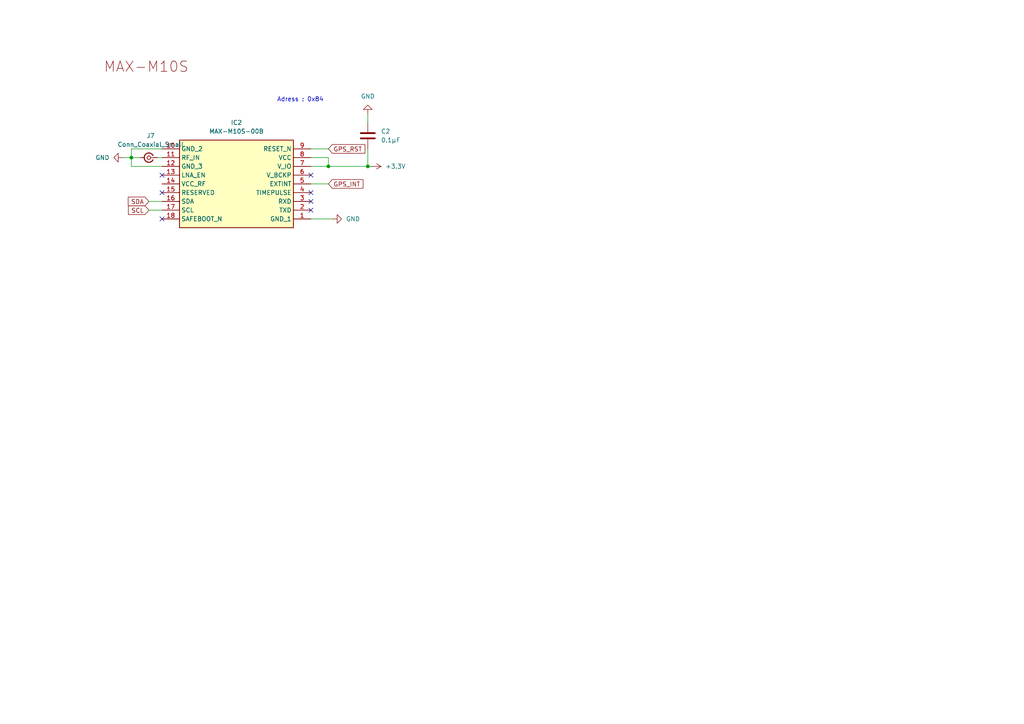
<source format=kicad_sch>
(kicad_sch (version 20250114) (generator "eeschema") (generator_version "9.0")
  (paper "A4")
  (lib_symbols
    (symbol "Connector:Conn_Coaxial_Small" (pin_numbers (hide yes)) (pin_names (offset 1.016) (hide yes))
      (property "Reference" "J" (at 0.254 3.048 0))
      (property "Value" "Conn_Coaxial_Small" (at 0 -3.81 0))
      (symbol "Conn_Coaxial_Small_0_1"
        (polyline (pts (xy -2.54 0) (xy -0.508 0)))
        (circle (center 0 0) (radius 0.508) (stroke (width 0.2032)))
      )
      (symbol "Conn_Coaxial_Small_1_1"
        (arc (start 1.3484 0.0039) (mid 0.327 -1.308) (end -1.1916 -0.6311) (stroke (width 0.3048)))
        (arc (start -1.1916 0.6311) (mid 0.327 1.3081) (end 1.3484 -0.0039) (stroke (width 0.3048)))
        (pin passive line (at -2.54 0 0) (length 1.27) (name "In") (number "1"))
        (pin passive line (at 2.54 0 180) (length 1.27) (name "Ext") (number "2"))
      )
    )
    (symbol "Device:C" (pin_numbers (hide yes)) (pin_names (offset 0.254))
      (property "Reference" "C" (at 0.635 2.54 0))
      (property "Value" "C" (at 0.635 -2.54 0))
      (symbol "C_0_1"
        (polyline (pts (xy -2.032 0.762) (xy 2.032 0.762)) (stroke (width 0.508)))
        (polyline (pts (xy -2.032 -0.762) (xy 2.032 -0.762)) (stroke (width 0.508)))
      )
      (symbol "C_1_1"
        (pin passive line (at 0 3.81 270) (length 2.794) (name "~") (number "1"))
        (pin passive line (at 0 -3.81 90) (length 2.794) (name "~") (number "2"))
      )
    )
    (symbol "Skyfall_Lib:MAX-M10S-00B"
      (property "Reference" "IC" (at 39.37 7.62 0))
      (property "Value" "MAX-M10S-00B" (at 39.37 5.08 0))
      (symbol "MAX-M10S-00B_1_1"
        (rectangle (start 5.08 2.54) (end 38.1 -22.86) (stroke (width 0.254)) (fill (type background)))
        (pin passive line (at 0 0 0) (length 5.08) (name "GND_2") (number "10"))
        (pin passive line (at 0 -2.54 0) (length 5.08) (name "RF_IN") (number "11"))
        (pin passive line (at 0 -5.08 0) (length 5.08) (name "GND_3") (number "12"))
        (pin passive line (at 0 -7.62 0) (length 5.08) (name "LNA_EN") (number "13"))
        (pin passive line (at 0 -10.16 0) (length 5.08) (name "VCC_RF") (number "14"))
        (pin passive line (at 0 -12.7 0) (length 5.08) (name "RESERVED") (number "15"))
        (pin passive line (at 0 -15.24 0) (length 5.08) (name "SDA") (number "16"))
        (pin passive line (at 0 -17.78 0) (length 5.08) (name "SCL") (number "17"))
        (pin passive line (at 0 -20.32 0) (length 5.08) (name "SAFEBOOT_N") (number "18"))
        (pin passive line (at 43.18 0 180) (length 5.08) (name "RESET_N") (number "9"))
        (pin passive line (at 43.18 -2.54 180) (length 5.08) (name "VCC") (number "8"))
        (pin passive line (at 43.18 -5.08 180) (length 5.08) (name "V_IO") (number "7"))
        (pin passive line (at 43.18 -7.62 180) (length 5.08) (name "V_BCKP") (number "6"))
        (pin passive line (at 43.18 -10.16 180) (length 5.08) (name "EXTINT") (number "5"))
        (pin passive line (at 43.18 -12.7 180) (length 5.08) (name "TIMEPULSE") (number "4"))
        (pin passive line (at 43.18 -15.24 180) (length 5.08) (name "RXD") (number "3"))
        (pin passive line (at 43.18 -17.78 180) (length 5.08) (name "TXD") (number "2"))
        (pin passive line (at 43.18 -20.32 180) (length 5.08) (name "GND_1") (number "1"))
      )
    )
    (symbol "power:+3.3V" (power) (pin_numbers (hide yes)) (pin_names (offset 0) (hide yes))
      (property "Value" "+3.3V" (at 0 3.556 0))
      (symbol "+3.3V_0_1"
        (polyline (pts (xy -0.762 1.27) (xy 0 2.54)))
        (polyline (pts (xy 0 2.54) (xy 0.762 1.27)))
        (polyline (pts (xy 0 0) (xy 0 2.54)))
      )
      (symbol "+3.3V_1_1"
        (pin power_in line (at 0 0 90) (length 0) (name "~") (number "1"))
      )
    )
    (symbol "power:GND" (power) (pin_numbers (hide yes)) (pin_names (offset 0) (hide yes))
      (property "Value" "GND" (at 0 -3.81 0))
      (symbol "GND_0_1"
        (polyline (pts (xy 0 0) (xy 0 -1.27) (xy 1.27 -1.27) (xy 0 -2.54) (xy -1.27 -1.27) (xy 0 -1.27)))
      )
      (symbol "GND_1_1"
        (pin power_in line (at 0 0 270) (length 0) (name "~") (number "1"))
      )
    )
  )
  (text "MAX-M10S" (at 42.418 19.558 0) (effects (font (size 3 3))))
  (text "Adress : 0x84" (at 87.122 28.956 0) (effects (font (size 1.27 1.27))))
  (junction (at 38.1 45.72))
  (junction (at 106.68 48.26))
  (junction (at 95.25 48.26))
  (no_connect (at 46.99 55.88))
  (no_connect (at 90.17 50.8))
  (no_connect (at 90.17 58.42))
  (no_connect (at 46.99 63.5))
  (no_connect (at 90.17 60.96))
  (no_connect (at 46.99 50.8))
  (no_connect (at 90.17 55.88))
  (wire (pts (xy 38.1 48.26) (xy 46.99 48.26)))
  (wire (pts (xy 38.1 43.18) (xy 46.99 43.18)))
  (wire (pts (xy 38.1 45.72) (xy 35.56 45.72)))
  (wire (pts (xy 38.1 45.72) (xy 38.1 48.26)))
  (wire (pts (xy 95.25 45.72) (xy 95.25 48.26)))
  (wire (pts (xy 38.1 45.72) (xy 40.64 45.72)))
  (wire (pts (xy 38.1 43.18) (xy 38.1 45.72)))
  (wire (pts (xy 90.17 43.18) (xy 95.25 43.18)))
  (wire (pts (xy 106.68 48.26) (xy 107.95 48.26)))
  (wire (pts (xy 90.17 63.5) (xy 96.52 63.5)))
  (wire (pts (xy 43.18 60.96) (xy 46.99 60.96)))
  (wire (pts (xy 45.72 45.72) (xy 46.99 45.72)))
  (wire (pts (xy 95.25 48.26) (xy 106.68 48.26)))
  (wire (pts (xy 90.17 45.72) (xy 95.25 45.72)))
  (wire (pts (xy 43.18 58.42) (xy 46.99 58.42)))
  (wire (pts (xy 106.68 43.18) (xy 106.68 48.26)))
  (wire (pts (xy 90.17 53.34) (xy 95.25 53.34)))
  (wire (pts (xy 106.68 33.02) (xy 106.68 35.56)))
  (wire (pts (xy 90.17 48.26) (xy 95.25 48.26)))
  (global_label "GPS_RST" (shape input) (at 95.25 43.18 0) (property "Intersheetrefs" "${INTERSHEET_REFS}" (effects (hide yes))))
  (global_label "GPS_INT" (shape input) (at 95.25 53.34 0) (property "Intersheetrefs" "${INTERSHEET_REFS}" (effects (hide yes))))
  (global_label "SDA" (shape input) (at 43.18 58.42 180) (property "Intersheetrefs" "${INTERSHEET_REFS}" (effects (hide yes))))
  (global_label "SCL" (shape input) (at 43.18 60.96 180) (property "Intersheetrefs" "${INTERSHEET_REFS}" (effects (hide yes))))
  (symbol (lib_id "Skyfall_Lib:MAX-M10S-00B") (at 46.99 43.18 0) (unit 1)
    (property "Reference" "IC2" (at 68.58 35.56 0))
    (property "Value" "MAX-M10S-00B" (at 68.58 38.1 0))
    (property "Footprint" "MAXM10S00B" (effects (hide yes)))
    (property "Datasheet" "https://content.u-blox.com/sites/default/files/MAX-M10S_IntegrationManual_UBX-20053088.pdf" (effects (hide yes)))
    (property "Description" "GPS Modules u-blox M10 GNSS LCC module, firmware in ROM, SAW filter, LNA" (effects (hide yes)))
    (property "Height" "2.7" (effects (hide yes)))
    (property "Mouser Part Number" "377-MAX-M10S-00B" (effects (hide yes)))
    (property "Mouser Price/Stock" "https://www.mouser.co.uk/ProductDetail/u-blox/MAX-M10S-00B?qs=A6eO%252BMLsxmT0PfQYPb7LLQ%3D%3D" (effects (hide yes)))
    (property "Manufacturer_Name" "u-blox" (effects (hide yes)))
    (property "Manufacturer_Part_Number" "MAX-M10S-00B" (effects (hide yes)))
  )
  (symbol (lib_id "power:+3.3V") (at 107.95 48.26 270) (unit 1)
    (property "Reference" "#PWR030" (effects (hide yes)))
    (property "Value" "+3.3V" (at 111.76 48.2599 90) (effects (justify left)))
    (property "Description" "Power symbol creates a global label with name \"+3.3V\"" (effects (hide yes)))
  )
  (symbol (lib_id "Connector:Conn_Coaxial_Small") (at 43.18 45.72 180) (unit 1)
    (property "Reference" "J7" (at 43.6995 39.37 0))
    (property "Value" "Conn_Coaxial_Small" (at 43.6995 41.91 0))
    (property "Footprint" "Connector_Coaxial:SMA_Molex_73251-1153_EdgeMount_Horizontal" (effects (hide yes)))
    (property "Description" "small coaxial connector (BNC, SMA, SMB, SMC, Cinch/RCA, LEMO, ...)" (effects (hide yes)))
  )
  (symbol (lib_id "power:GND") (at 106.68 33.02 180) (unit 1)
    (property "Reference" "#PWR027" (effects (hide yes)))
    (property "Value" "GND" (at 106.68 27.94 0))
    (property "Description" "Power symbol creates a global label with name \"GND\" , ground" (effects (hide yes)))
  )
  (symbol (lib_id "Device:C") (at 106.68 39.37 180) (unit 1)
    (property "Reference" "C2" (at 110.49 38.0999 0) (effects (justify right)))
    (property "Value" "0.1µF" (at 110.49 40.6399 0) (effects (justify right)))
    (property "Footprint" "Capacitor_SMD:C_0603_1608Metric" (effects (hide yes)))
    (property "Description" "Unpolarized capacitor" (effects (hide yes)))
  )
  (symbol (lib_id "power:GND") (at 96.52 63.5 90) (unit 1)
    (property "Reference" "#PWR019" (effects (hide yes)))
    (property "Value" "GND" (at 100.33 63.4999 90) (effects (justify right)))
    (property "Description" "Power symbol creates a global label with name \"GND\" , ground" (effects (hide yes)))
  )
  (symbol (lib_id "power:GND") (at 35.56 45.72 270) (unit 1)
    (property "Reference" "#PWR011" (effects (hide yes)))
    (property "Value" "GND" (at 31.75 45.7199 90) (effects (justify right)))
    (property "Description" "Power symbol creates a global label with name \"GND\" , ground" (effects (hide yes)))
  )
)
</source>
